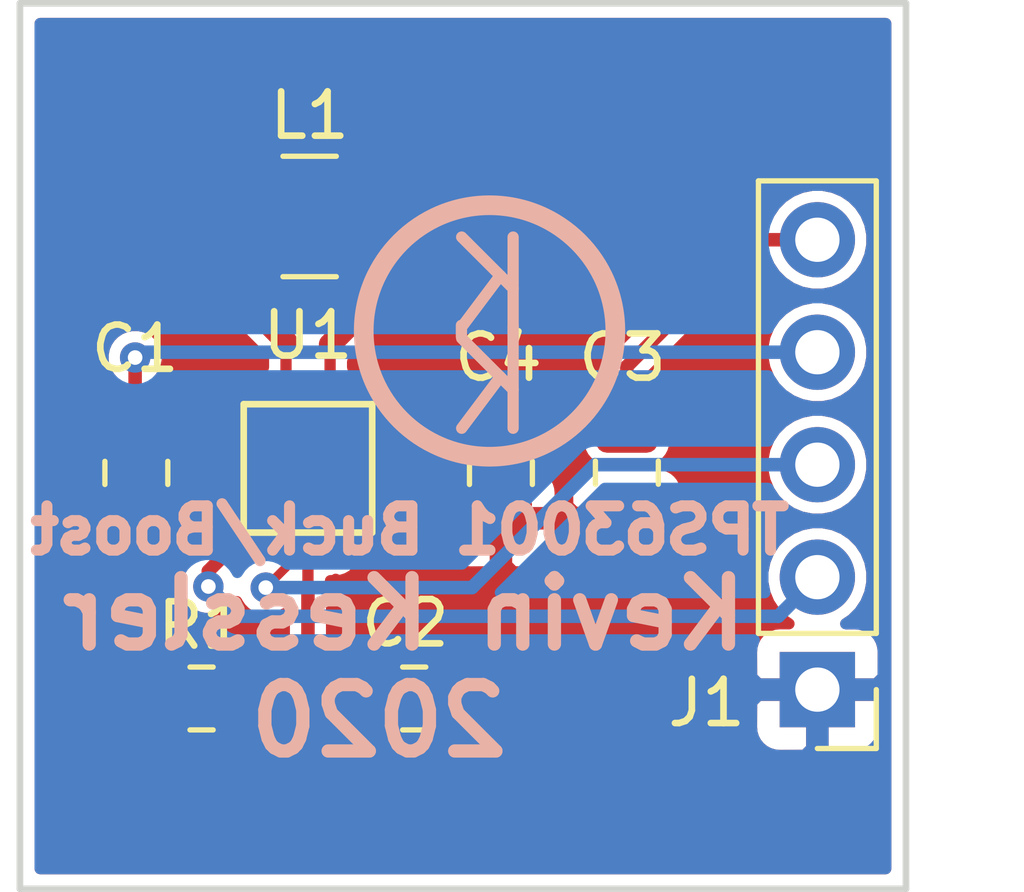
<source format=kicad_pcb>
(kicad_pcb (version 20171130) (host pcbnew 5.1.5+dfsg1-2build2)

  (general
    (thickness 1.6)
    (drawings 6)
    (tracks 61)
    (zones 0)
    (modules 9)
    (nets 9)
  )

  (page A4)
  (layers
    (0 F.Cu signal)
    (31 B.Cu signal)
    (32 B.Adhes user)
    (33 F.Adhes user)
    (34 B.Paste user)
    (35 F.Paste user)
    (36 B.SilkS user)
    (37 F.SilkS user)
    (38 B.Mask user)
    (39 F.Mask user)
    (40 Dwgs.User user)
    (41 Cmts.User user)
    (42 Eco1.User user)
    (43 Eco2.User user)
    (44 Edge.Cuts user)
    (45 Margin user)
    (46 B.CrtYd user)
    (47 F.CrtYd user)
    (48 B.Fab user)
    (49 F.Fab user)
  )

  (setup
    (last_trace_width 0.3048)
    (user_trace_width 0.1524)
    (user_trace_width 0.254)
    (user_trace_width 0.3048)
    (user_trace_width 0.3556)
    (trace_clearance 0.1524)
    (zone_clearance 0.254)
    (zone_45_only no)
    (trace_min 0.1524)
    (via_size 0.6858)
    (via_drill 0.3302)
    (via_min_size 0.6858)
    (via_min_drill 0.3302)
    (uvia_size 0.6858)
    (uvia_drill 0.3302)
    (uvias_allowed no)
    (uvia_min_size 0)
    (uvia_min_drill 0)
    (edge_width 0.15)
    (segment_width 0.2)
    (pcb_text_width 0.3)
    (pcb_text_size 1.5 1.5)
    (mod_edge_width 0.15)
    (mod_text_size 1 1)
    (mod_text_width 0.15)
    (pad_size 0.6858 0.6858)
    (pad_drill 0.3302)
    (pad_to_mask_clearance 0.05)
    (solder_mask_min_width 0.05)
    (pad_to_paste_clearance -0.05)
    (aux_axis_origin 0 0)
    (visible_elements FFFFFF7F)
    (pcbplotparams
      (layerselection 0x010f0_ffffffff)
      (usegerberextensions false)
      (usegerberattributes false)
      (usegerberadvancedattributes false)
      (creategerberjobfile false)
      (excludeedgelayer true)
      (linewidth 0.100000)
      (plotframeref false)
      (viasonmask false)
      (mode 1)
      (useauxorigin false)
      (hpglpennumber 1)
      (hpglpenspeed 20)
      (hpglpendiameter 15.000000)
      (psnegative false)
      (psa4output false)
      (plotreference true)
      (plotvalue false)
      (plotinvisibletext false)
      (padsonsilk true)
      (subtractmaskfromsilk false)
      (outputformat 1)
      (mirror false)
      (drillshape 0)
      (scaleselection 1)
      (outputdirectory "CAD"))
  )

  (net 0 "")
  (net 1 /VIN)
  (net 2 GND)
  (net 3 "Net-(C2-Pad1)")
  (net 4 /VOUT)
  (net 5 /EN)
  (net 6 /PS/SYNC)
  (net 7 "Net-(L1-Pad1)")
  (net 8 "Net-(L1-Pad2)")

  (net_class Default "This is the default net class."
    (clearance 0.1524)
    (trace_width 0.3048)
    (via_dia 0.6858)
    (via_drill 0.3302)
    (uvia_dia 0.6858)
    (uvia_drill 0.3302)
    (add_net /EN)
    (add_net /VIN)
    (add_net /VOUT)
    (add_net GND)
    (add_net "Net-(C2-Pad1)")
  )

  (net_class Minimum ""
    (clearance 0.1524)
    (trace_width 0.1524)
    (via_dia 0.6858)
    (via_drill 0.3302)
    (uvia_dia 0.6858)
    (uvia_drill 0.3302)
    (add_net /PS/SYNC)
    (add_net "Net-(L1-Pad1)")
    (add_net "Net-(L1-Pad2)")
  )

  (module KevinLib:LogoBack (layer F.Cu) (tedit 5955D856) (tstamp 5F4ED023)
    (at 152.6 101.9)
    (attr virtual)
    (fp_text reference REF** (at 0 5.207) (layer F.SilkS) hide
      (effects (font (size 1 1) (thickness 0.15)))
    )
    (fp_text value LogoBack (at 0 -4.318) (layer F.Fab) hide
      (effects (font (size 1 1) (thickness 0.15)))
    )
    (fp_text user K (at 0 1.27) (layer B.SilkS)
      (effects (font (size 2.032 2.032) (thickness 0.254)) (justify mirror))
    )
    (fp_text user K (at 0 -1.016) (layer B.SilkS)
      (effects (font (size 2.032 2.032) (thickness 0.254)) (justify mirror))
    )
    (fp_circle (center 0 0) (end 2.54 -1.27) (layer B.SilkS) (width 0.4445))
    (fp_line (start 0.531 -0.127) (end 0.531 0.127) (layer B.SilkS) (width 0.254))
    (fp_line (start -0.635 -0.127) (end -0.635 0.127) (layer B.SilkS) (width 0.254))
  )

  (module KevinLibrary:TPS63000 (layer F.Cu) (tedit 5AF91879) (tstamp 5AF90ADB)
    (at 148.5011 105.0036 270)
    (path /5AF8FD8A)
    (clearance 0.1)
    (attr smd)
    (fp_text reference U1 (at -3.0036 0.0011) (layer F.SilkS)
      (effects (font (size 1 1) (thickness 0.15)))
    )
    (fp_text value TPS630001 (at 0 -3.1 270) (layer F.Fab)
      (effects (font (size 1 1) (thickness 0.15)))
    )
    (fp_line (start -1.45 -1.45) (end -1.45 1.45) (layer F.SilkS) (width 0.15))
    (fp_line (start 1.45 -1.45) (end -1.45 -1.45) (layer F.SilkS) (width 0.15))
    (fp_line (start 1.45 1.45) (end 1.45 -1.45) (layer F.SilkS) (width 0.15))
    (fp_line (start -1.45 1.45) (end 1.45 1.45) (layer F.SilkS) (width 0.15))
    (pad 1 smd rect (at -1.5 -1 270) (size 0.8 0.25) (layers F.Cu F.Paste F.Mask)
      (net 4 /VOUT))
    (pad 2 smd rect (at -1.5 -0.5 270) (size 0.8 0.25) (layers F.Cu F.Paste F.Mask)
      (net 8 "Net-(L1-Pad2)") (clearance 0.05))
    (pad 3 smd rect (at -1.5 0 270) (size 0.8 0.25) (layers F.Cu F.Paste F.Mask)
      (net 2 GND) (solder_mask_margin 0.05) (clearance 0.05))
    (pad 4 smd rect (at -1.5 0.5 270) (size 0.8 0.25) (layers F.Cu F.Paste F.Mask)
      (net 7 "Net-(L1-Pad1)") (solder_mask_margin 0.05) (solder_paste_margin -0.05) (solder_paste_margin_ratio -0.000000001) (clearance 0.05))
    (pad 5 smd rect (at -1.5 1 270) (size 0.8 0.25) (layers F.Cu F.Paste F.Mask)
      (net 1 /VIN) (solder_mask_margin 0.05) (solder_paste_margin -0.05) (solder_paste_margin_ratio -0.000000001) (clearance 0.05))
    (pad 6 smd rect (at 1.5 1 270) (size 0.8 0.25) (layers F.Cu F.Paste F.Mask)
      (net 5 /EN))
    (pad 7 smd rect (at 1.5 0.5 270) (size 0.8 0.25) (layers F.Cu F.Paste F.Mask)
      (net 6 /PS/SYNC))
    (pad 8 smd rect (at 1.5 0 270) (size 0.8 0.25) (layers F.Cu F.Paste F.Mask)
      (net 3 "Net-(C2-Pad1)"))
    (pad 9 smd rect (at 1.5 -0.5 270) (size 0.8 0.25) (layers F.Cu F.Paste F.Mask)
      (net 2 GND))
    (pad 10 smd rect (at 1.5 -1 270) (size 0.8 0.25) (layers F.Cu F.Paste F.Mask)
      (net 4 /VOUT))
    (pad 11 smd rect (at 0 0 270) (size 1.45 2.2) (layers F.Cu F.Paste F.Mask)
      (net 2 GND))
  )

  (module Capacitor_SMD:C_0805_2012Metric_Pad1.15x1.40mm_HandSolder (layer F.Cu) (tedit 5B36C52B) (tstamp 5F4EC8BC)
    (at 144.6276 105.1052 270)
    (descr "Capacitor SMD 0805 (2012 Metric), square (rectangular) end terminal, IPC_7351 nominal with elongated pad for handsoldering. (Body size source: https://docs.google.com/spreadsheets/d/1BsfQQcO9C6DZCsRaXUlFlo91Tg2WpOkGARC1WS5S8t0/edit?usp=sharing), generated with kicad-footprint-generator")
    (tags "capacitor handsolder")
    (path /5AF90739)
    (attr smd)
    (fp_text reference C1 (at -2.8052 0.0276 180) (layer F.SilkS)
      (effects (font (size 1 1) (thickness 0.15)))
    )
    (fp_text value 10u (at 0 1.65 90) (layer F.Fab)
      (effects (font (size 1 1) (thickness 0.15)))
    )
    (fp_text user %R (at 0 0 90) (layer F.Fab)
      (effects (font (size 0.5 0.5) (thickness 0.08)))
    )
    (fp_line (start 1.85 0.95) (end -1.85 0.95) (layer F.CrtYd) (width 0.05))
    (fp_line (start 1.85 -0.95) (end 1.85 0.95) (layer F.CrtYd) (width 0.05))
    (fp_line (start -1.85 -0.95) (end 1.85 -0.95) (layer F.CrtYd) (width 0.05))
    (fp_line (start -1.85 0.95) (end -1.85 -0.95) (layer F.CrtYd) (width 0.05))
    (fp_line (start -0.261252 0.71) (end 0.261252 0.71) (layer F.SilkS) (width 0.12))
    (fp_line (start -0.261252 -0.71) (end 0.261252 -0.71) (layer F.SilkS) (width 0.12))
    (fp_line (start 1 0.6) (end -1 0.6) (layer F.Fab) (width 0.1))
    (fp_line (start 1 -0.6) (end 1 0.6) (layer F.Fab) (width 0.1))
    (fp_line (start -1 -0.6) (end 1 -0.6) (layer F.Fab) (width 0.1))
    (fp_line (start -1 0.6) (end -1 -0.6) (layer F.Fab) (width 0.1))
    (pad 2 smd roundrect (at 1.025 0 270) (size 1.15 1.4) (layers F.Cu F.Paste F.Mask) (roundrect_rratio 0.217391)
      (net 2 GND))
    (pad 1 smd roundrect (at -1.025 0 270) (size 1.15 1.4) (layers F.Cu F.Paste F.Mask) (roundrect_rratio 0.217391)
      (net 1 /VIN))
    (model ${KISYS3DMOD}/Capacitor_SMD.3dshapes/C_0805_2012Metric.wrl
      (at (xyz 0 0 0))
      (scale (xyz 1 1 1))
      (rotate (xyz 0 0 0))
    )
  )

  (module Capacitor_SMD:C_0805_2012Metric_Pad1.15x1.40mm_HandSolder (layer F.Cu) (tedit 5B36C52B) (tstamp 5F4EC8CC)
    (at 150.9 110.2)
    (descr "Capacitor SMD 0805 (2012 Metric), square (rectangular) end terminal, IPC_7351 nominal with elongated pad for handsoldering. (Body size source: https://docs.google.com/spreadsheets/d/1BsfQQcO9C6DZCsRaXUlFlo91Tg2WpOkGARC1WS5S8t0/edit?usp=sharing), generated with kicad-footprint-generator")
    (tags "capacitor handsolder")
    (path /5AF904C6)
    (attr smd)
    (fp_text reference C2 (at -0.2 -1.7) (layer F.SilkS)
      (effects (font (size 1 1) (thickness 0.15)))
    )
    (fp_text value 0.1u (at 0 1.65) (layer F.Fab)
      (effects (font (size 1 1) (thickness 0.15)))
    )
    (fp_line (start -1 0.6) (end -1 -0.6) (layer F.Fab) (width 0.1))
    (fp_line (start -1 -0.6) (end 1 -0.6) (layer F.Fab) (width 0.1))
    (fp_line (start 1 -0.6) (end 1 0.6) (layer F.Fab) (width 0.1))
    (fp_line (start 1 0.6) (end -1 0.6) (layer F.Fab) (width 0.1))
    (fp_line (start -0.261252 -0.71) (end 0.261252 -0.71) (layer F.SilkS) (width 0.12))
    (fp_line (start -0.261252 0.71) (end 0.261252 0.71) (layer F.SilkS) (width 0.12))
    (fp_line (start -1.85 0.95) (end -1.85 -0.95) (layer F.CrtYd) (width 0.05))
    (fp_line (start -1.85 -0.95) (end 1.85 -0.95) (layer F.CrtYd) (width 0.05))
    (fp_line (start 1.85 -0.95) (end 1.85 0.95) (layer F.CrtYd) (width 0.05))
    (fp_line (start 1.85 0.95) (end -1.85 0.95) (layer F.CrtYd) (width 0.05))
    (fp_text user %R (at 0 0) (layer F.Fab)
      (effects (font (size 0.5 0.5) (thickness 0.08)))
    )
    (pad 1 smd roundrect (at -1.025 0) (size 1.15 1.4) (layers F.Cu F.Paste F.Mask) (roundrect_rratio 0.217391)
      (net 3 "Net-(C2-Pad1)"))
    (pad 2 smd roundrect (at 1.025 0) (size 1.15 1.4) (layers F.Cu F.Paste F.Mask) (roundrect_rratio 0.217391)
      (net 2 GND))
    (model ${KISYS3DMOD}/Capacitor_SMD.3dshapes/C_0805_2012Metric.wrl
      (at (xyz 0 0 0))
      (scale (xyz 1 1 1))
      (rotate (xyz 0 0 0))
    )
  )

  (module Capacitor_SMD:C_0805_2012Metric_Pad1.15x1.40mm_HandSolder (layer F.Cu) (tedit 5B36C52B) (tstamp 5F4EC8EC)
    (at 155.7 105.1 270)
    (descr "Capacitor SMD 0805 (2012 Metric), square (rectangular) end terminal, IPC_7351 nominal with elongated pad for handsoldering. (Body size source: https://docs.google.com/spreadsheets/d/1BsfQQcO9C6DZCsRaXUlFlo91Tg2WpOkGARC1WS5S8t0/edit?usp=sharing), generated with kicad-footprint-generator")
    (tags "capacitor handsolder")
    (path /5F4FE407)
    (attr smd)
    (fp_text reference C3 (at -2.6 0.1 180) (layer F.SilkS)
      (effects (font (size 1 1) (thickness 0.15)))
    )
    (fp_text value 10u (at 0 1.65 90) (layer F.Fab)
      (effects (font (size 1 1) (thickness 0.15)))
    )
    (fp_text user %R (at 0 0 90) (layer F.Fab)
      (effects (font (size 0.5 0.5) (thickness 0.08)))
    )
    (fp_line (start 1.85 0.95) (end -1.85 0.95) (layer F.CrtYd) (width 0.05))
    (fp_line (start 1.85 -0.95) (end 1.85 0.95) (layer F.CrtYd) (width 0.05))
    (fp_line (start -1.85 -0.95) (end 1.85 -0.95) (layer F.CrtYd) (width 0.05))
    (fp_line (start -1.85 0.95) (end -1.85 -0.95) (layer F.CrtYd) (width 0.05))
    (fp_line (start -0.261252 0.71) (end 0.261252 0.71) (layer F.SilkS) (width 0.12))
    (fp_line (start -0.261252 -0.71) (end 0.261252 -0.71) (layer F.SilkS) (width 0.12))
    (fp_line (start 1 0.6) (end -1 0.6) (layer F.Fab) (width 0.1))
    (fp_line (start 1 -0.6) (end 1 0.6) (layer F.Fab) (width 0.1))
    (fp_line (start -1 -0.6) (end 1 -0.6) (layer F.Fab) (width 0.1))
    (fp_line (start -1 0.6) (end -1 -0.6) (layer F.Fab) (width 0.1))
    (pad 2 smd roundrect (at 1.025 0 270) (size 1.15 1.4) (layers F.Cu F.Paste F.Mask) (roundrect_rratio 0.217391)
      (net 2 GND))
    (pad 1 smd roundrect (at -1.025 0 270) (size 1.15 1.4) (layers F.Cu F.Paste F.Mask) (roundrect_rratio 0.217391)
      (net 4 /VOUT))
    (model ${KISYS3DMOD}/Capacitor_SMD.3dshapes/C_0805_2012Metric.wrl
      (at (xyz 0 0 0))
      (scale (xyz 1 1 1))
      (rotate (xyz 0 0 0))
    )
  )

  (module Capacitor_SMD:C_0805_2012Metric_Pad1.15x1.40mm_HandSolder (layer F.Cu) (tedit 5B36C52B) (tstamp 5F4EC8ED)
    (at 152.8572 105.1052 270)
    (descr "Capacitor SMD 0805 (2012 Metric), square (rectangular) end terminal, IPC_7351 nominal with elongated pad for handsoldering. (Body size source: https://docs.google.com/spreadsheets/d/1BsfQQcO9C6DZCsRaXUlFlo91Tg2WpOkGARC1WS5S8t0/edit?usp=sharing), generated with kicad-footprint-generator")
    (tags "capacitor handsolder")
    (path /5AF908CC)
    (attr smd)
    (fp_text reference C4 (at -2.6052 0.0572 180) (layer F.SilkS)
      (effects (font (size 1 1) (thickness 0.15)))
    )
    (fp_text value 10u (at 0 1.65 90) (layer F.Fab)
      (effects (font (size 1 1) (thickness 0.15)))
    )
    (fp_line (start -1 0.6) (end -1 -0.6) (layer F.Fab) (width 0.1))
    (fp_line (start -1 -0.6) (end 1 -0.6) (layer F.Fab) (width 0.1))
    (fp_line (start 1 -0.6) (end 1 0.6) (layer F.Fab) (width 0.1))
    (fp_line (start 1 0.6) (end -1 0.6) (layer F.Fab) (width 0.1))
    (fp_line (start -0.261252 -0.71) (end 0.261252 -0.71) (layer F.SilkS) (width 0.12))
    (fp_line (start -0.261252 0.71) (end 0.261252 0.71) (layer F.SilkS) (width 0.12))
    (fp_line (start -1.85 0.95) (end -1.85 -0.95) (layer F.CrtYd) (width 0.05))
    (fp_line (start -1.85 -0.95) (end 1.85 -0.95) (layer F.CrtYd) (width 0.05))
    (fp_line (start 1.85 -0.95) (end 1.85 0.95) (layer F.CrtYd) (width 0.05))
    (fp_line (start 1.85 0.95) (end -1.85 0.95) (layer F.CrtYd) (width 0.05))
    (fp_text user %R (at 0 0 90) (layer F.Fab)
      (effects (font (size 0.5 0.5) (thickness 0.08)))
    )
    (pad 1 smd roundrect (at -1.025 0 270) (size 1.15 1.4) (layers F.Cu F.Paste F.Mask) (roundrect_rratio 0.217391)
      (net 4 /VOUT))
    (pad 2 smd roundrect (at 1.025 0 270) (size 1.15 1.4) (layers F.Cu F.Paste F.Mask) (roundrect_rratio 0.217391)
      (net 2 GND))
    (model ${KISYS3DMOD}/Capacitor_SMD.3dshapes/C_0805_2012Metric.wrl
      (at (xyz 0 0 0))
      (scale (xyz 1 1 1))
      (rotate (xyz 0 0 0))
    )
  )

  (module Connector_PinHeader_2.54mm:PinHeader_1x05_P2.54mm_Vertical (layer F.Cu) (tedit 59FED5CC) (tstamp 5F4EC8FD)
    (at 160 110 180)
    (descr "Through hole straight pin header, 1x05, 2.54mm pitch, single row")
    (tags "Through hole pin header THT 1x05 2.54mm single row")
    (path /5AF90BF4)
    (fp_text reference J1 (at 2.5 -0.3) (layer F.SilkS)
      (effects (font (size 1 1) (thickness 0.15)))
    )
    (fp_text value Conn_01x05 (at 0 12.49) (layer F.Fab)
      (effects (font (size 1 1) (thickness 0.15)))
    )
    (fp_line (start -0.635 -1.27) (end 1.27 -1.27) (layer F.Fab) (width 0.1))
    (fp_line (start 1.27 -1.27) (end 1.27 11.43) (layer F.Fab) (width 0.1))
    (fp_line (start 1.27 11.43) (end -1.27 11.43) (layer F.Fab) (width 0.1))
    (fp_line (start -1.27 11.43) (end -1.27 -0.635) (layer F.Fab) (width 0.1))
    (fp_line (start -1.27 -0.635) (end -0.635 -1.27) (layer F.Fab) (width 0.1))
    (fp_line (start -1.33 11.49) (end 1.33 11.49) (layer F.SilkS) (width 0.12))
    (fp_line (start -1.33 1.27) (end -1.33 11.49) (layer F.SilkS) (width 0.12))
    (fp_line (start 1.33 1.27) (end 1.33 11.49) (layer F.SilkS) (width 0.12))
    (fp_line (start -1.33 1.27) (end 1.33 1.27) (layer F.SilkS) (width 0.12))
    (fp_line (start -1.33 0) (end -1.33 -1.33) (layer F.SilkS) (width 0.12))
    (fp_line (start -1.33 -1.33) (end 0 -1.33) (layer F.SilkS) (width 0.12))
    (fp_line (start -1.8 -1.8) (end -1.8 11.95) (layer F.CrtYd) (width 0.05))
    (fp_line (start -1.8 11.95) (end 1.8 11.95) (layer F.CrtYd) (width 0.05))
    (fp_line (start 1.8 11.95) (end 1.8 -1.8) (layer F.CrtYd) (width 0.05))
    (fp_line (start 1.8 -1.8) (end -1.8 -1.8) (layer F.CrtYd) (width 0.05))
    (fp_text user %R (at 0 5.08 90) (layer F.Fab)
      (effects (font (size 1 1) (thickness 0.15)))
    )
    (pad 1 thru_hole rect (at 0 0 180) (size 1.7 1.7) (drill 1) (layers *.Cu *.Mask)
      (net 2 GND))
    (pad 2 thru_hole oval (at 0 2.54 180) (size 1.7 1.7) (drill 1) (layers *.Cu *.Mask)
      (net 5 /EN))
    (pad 3 thru_hole oval (at 0 5.08 180) (size 1.7 1.7) (drill 1) (layers *.Cu *.Mask)
      (net 6 /PS/SYNC))
    (pad 4 thru_hole oval (at 0 7.62 180) (size 1.7 1.7) (drill 1) (layers *.Cu *.Mask)
      (net 1 /VIN))
    (pad 5 thru_hole oval (at 0 10.16 180) (size 1.7 1.7) (drill 1) (layers *.Cu *.Mask)
      (net 4 /VOUT))
    (model ${KISYS3DMOD}/Connector_PinHeader_2.54mm.3dshapes/PinHeader_1x05_P2.54mm_Vertical.wrl
      (at (xyz 0 0 0))
      (scale (xyz 1 1 1))
      (rotate (xyz 0 0 0))
    )
  )

  (module Inductor_SMD:L_1210_3225Metric_Pad1.42x2.65mm_HandSolder (layer F.Cu) (tedit 5B301BBE) (tstamp 5F4EC915)
    (at 148.5392 99.314)
    (descr "Capacitor SMD 1210 (3225 Metric), square (rectangular) end terminal, IPC_7351 nominal with elongated pad for handsoldering. (Body size source: http://www.tortai-tech.com/upload/download/2011102023233369053.pdf), generated with kicad-footprint-generator")
    (tags "inductor handsolder")
    (path /5AF900E5)
    (attr smd)
    (fp_text reference L1 (at 0 -2.28) (layer F.SilkS)
      (effects (font (size 1 1) (thickness 0.15)))
    )
    (fp_text value 2.2uH (at 0 2.28) (layer F.Fab)
      (effects (font (size 1 1) (thickness 0.15)))
    )
    (fp_line (start -1.6 1.25) (end -1.6 -1.25) (layer F.Fab) (width 0.1))
    (fp_line (start -1.6 -1.25) (end 1.6 -1.25) (layer F.Fab) (width 0.1))
    (fp_line (start 1.6 -1.25) (end 1.6 1.25) (layer F.Fab) (width 0.1))
    (fp_line (start 1.6 1.25) (end -1.6 1.25) (layer F.Fab) (width 0.1))
    (fp_line (start -0.602064 -1.36) (end 0.602064 -1.36) (layer F.SilkS) (width 0.12))
    (fp_line (start -0.602064 1.36) (end 0.602064 1.36) (layer F.SilkS) (width 0.12))
    (fp_line (start -2.45 1.58) (end -2.45 -1.58) (layer F.CrtYd) (width 0.05))
    (fp_line (start -2.45 -1.58) (end 2.45 -1.58) (layer F.CrtYd) (width 0.05))
    (fp_line (start 2.45 -1.58) (end 2.45 1.58) (layer F.CrtYd) (width 0.05))
    (fp_line (start 2.45 1.58) (end -2.45 1.58) (layer F.CrtYd) (width 0.05))
    (fp_text user %R (at 0 0) (layer F.Fab)
      (effects (font (size 0.8 0.8) (thickness 0.12)))
    )
    (pad 1 smd roundrect (at -1.4875 0) (size 1.425 2.65) (layers F.Cu F.Paste F.Mask) (roundrect_rratio 0.175439)
      (net 7 "Net-(L1-Pad1)"))
    (pad 2 smd roundrect (at 1.4875 0) (size 1.425 2.65) (layers F.Cu F.Paste F.Mask) (roundrect_rratio 0.175439)
      (net 8 "Net-(L1-Pad2)"))
    (model ${KISYS3DMOD}/Inductor_SMD.3dshapes/L_1210_3225Metric.wrl
      (at (xyz 0 0 0))
      (scale (xyz 1 1 1))
      (rotate (xyz 0 0 0))
    )
  )

  (module Resistor_SMD:R_0805_2012Metric_Pad1.15x1.40mm_HandSolder (layer F.Cu) (tedit 5B36C52B) (tstamp 5F4EC925)
    (at 146.1 110.2)
    (descr "Resistor SMD 0805 (2012 Metric), square (rectangular) end terminal, IPC_7351 nominal with elongated pad for handsoldering. (Body size source: https://docs.google.com/spreadsheets/d/1BsfQQcO9C6DZCsRaXUlFlo91Tg2WpOkGARC1WS5S8t0/edit?usp=sharing), generated with kicad-footprint-generator")
    (tags "resistor handsolder")
    (path /5AF90453)
    (attr smd)
    (fp_text reference R1 (at 0 -1.65) (layer F.SilkS)
      (effects (font (size 1 1) (thickness 0.15)))
    )
    (fp_text value 100 (at 0 1.65) (layer F.Fab)
      (effects (font (size 1 1) (thickness 0.15)))
    )
    (fp_line (start -1 0.6) (end -1 -0.6) (layer F.Fab) (width 0.1))
    (fp_line (start -1 -0.6) (end 1 -0.6) (layer F.Fab) (width 0.1))
    (fp_line (start 1 -0.6) (end 1 0.6) (layer F.Fab) (width 0.1))
    (fp_line (start 1 0.6) (end -1 0.6) (layer F.Fab) (width 0.1))
    (fp_line (start -0.261252 -0.71) (end 0.261252 -0.71) (layer F.SilkS) (width 0.12))
    (fp_line (start -0.261252 0.71) (end 0.261252 0.71) (layer F.SilkS) (width 0.12))
    (fp_line (start -1.85 0.95) (end -1.85 -0.95) (layer F.CrtYd) (width 0.05))
    (fp_line (start -1.85 -0.95) (end 1.85 -0.95) (layer F.CrtYd) (width 0.05))
    (fp_line (start 1.85 -0.95) (end 1.85 0.95) (layer F.CrtYd) (width 0.05))
    (fp_line (start 1.85 0.95) (end -1.85 0.95) (layer F.CrtYd) (width 0.05))
    (fp_text user %R (at 0 0) (layer F.Fab)
      (effects (font (size 0.5 0.5) (thickness 0.08)))
    )
    (pad 1 smd roundrect (at -1.025 0) (size 1.15 1.4) (layers F.Cu F.Paste F.Mask) (roundrect_rratio 0.217391)
      (net 1 /VIN))
    (pad 2 smd roundrect (at 1.025 0) (size 1.15 1.4) (layers F.Cu F.Paste F.Mask) (roundrect_rratio 0.217391)
      (net 3 "Net-(C2-Pad1)"))
    (model ${KISYS3DMOD}/Resistor_SMD.3dshapes/R_0805_2012Metric.wrl
      (at (xyz 0 0 0))
      (scale (xyz 1 1 1))
      (rotate (xyz 0 0 0))
    )
  )

  (gr_text "TPS63001 Buck/Boost" (at 150.8 106.4) (layer B.SilkS)
    (effects (font (size 1 1) (thickness 0.25)) (justify mirror))
  )
  (gr_text "Kevin Kessler \n2020" (at 150.1 109.5) (layer B.SilkS)
    (effects (font (size 1.5 1.5) (thickness 0.3)) (justify mirror))
  )
  (gr_line (start 142 94.5) (end 142 114.5) (layer Edge.Cuts) (width 0.15))
  (gr_line (start 162 94.5) (end 142 94.5) (layer Edge.Cuts) (width 0.15))
  (gr_line (start 162 114.5) (end 162 94.5) (layer Edge.Cuts) (width 0.15))
  (gr_line (start 142 114.5) (end 162 114.5) (layer Edge.Cuts) (width 0.15))

  (segment (start 144.6276 103.8552) (end 144.3174 103.8552) (width 0.3048) (layer F.Cu) (net 1))
  (via (at 144.6 102.5) (size 0.6858) (drill 0.3302) (layers F.Cu B.Cu) (net 1))
  (segment (start 144.6276 103.8552) (end 145.405 103.8552) (width 0.3048) (layer F.Cu) (net 1))
  (segment (start 145.405 103.8552) (end 145.7566 103.5036) (width 0.3048) (layer F.Cu) (net 1))
  (segment (start 145.7566 103.5036) (end 147.495099 103.5036) (width 0.3048) (layer F.Cu) (net 1))
  (segment (start 148.5011 105.3211) (end 149.0011 105.8211) (width 0.254) (layer F.Cu) (net 2))
  (segment (start 149.0011 105.8211) (end 149.0011 106.5036) (width 0.254) (layer F.Cu) (net 2))
  (segment (start 148.5011 105.0036) (end 148.5011 105.3211) (width 0.1524) (layer F.Cu) (net 2))
  (segment (start 148.5011 103.5036) (end 148.5011 105.0036) (width 0.254) (layer F.Cu) (net 2))
  (segment (start 145.468 110.1344) (end 145.368 110.1344) (width 0.3048) (layer F.Cu) (net 1))
  (segment (start 148.5011 107.056) (end 148.5011 107.8103) (width 0.254) (layer F.Cu) (net 3))
  (segment (start 148.5011 106.5036) (end 148.5011 107.056) (width 0.2) (layer F.Cu) (net 3))
  (segment (start 145.1086 110.2) (end 145.043 110.1344) (width 0.3048) (layer F.Cu) (net 1))
  (segment (start 144.72 102.38) (end 144.6 102.5) (width 0.3048) (layer B.Cu) (net 1))
  (segment (start 160 102.38) (end 144.72 102.38) (width 0.3048) (layer B.Cu) (net 1))
  (segment (start 144.6 104.0526) (end 144.6276 104.0802) (width 0.3048) (layer F.Cu) (net 1))
  (segment (start 144.6 102.5) (end 144.6 104.0526) (width 0.3048) (layer F.Cu) (net 1))
  (segment (start 144.5 110.2) (end 143.2 108.9) (width 0.3048) (layer F.Cu) (net 1))
  (segment (start 145.075 110.2) (end 144.5 110.2) (width 0.3048) (layer F.Cu) (net 1))
  (segment (start 143.2 108.9) (end 143.2 104.5) (width 0.3048) (layer F.Cu) (net 1))
  (segment (start 143.6198 104.0802) (end 144.6276 104.0802) (width 0.3048) (layer F.Cu) (net 1))
  (segment (start 143.2 104.5) (end 143.6198 104.0802) (width 0.3048) (layer F.Cu) (net 1))
  (segment (start 148.5011 107.8103) (end 148.5011 109.6011) (width 0.3048) (layer F.Cu) (net 3))
  (segment (start 148.5011 109.6011) (end 149 110.1) (width 0.3048) (layer F.Cu) (net 3))
  (segment (start 149 110.1) (end 149.875 110.2) (width 0.3048) (layer F.Cu) (net 3))
  (segment (start 147.125 110.2) (end 149 110.1) (width 0.3048) (layer F.Cu) (net 3))
  (segment (start 149.9309 106.5036) (end 150.5 105.9345) (width 0.3048) (layer F.Cu) (net 4))
  (segment (start 149.5011 106.5036) (end 149.9309 106.5036) (width 0.3048) (layer F.Cu) (net 4))
  (segment (start 150.5 105.9345) (end 150.5 103.7) (width 0.3048) (layer F.Cu) (net 4))
  (segment (start 150.3036 103.5036) (end 149.5011 103.5036) (width 0.3048) (layer F.Cu) (net 4))
  (segment (start 150.5 103.7) (end 150.3036 103.5036) (width 0.3048) (layer F.Cu) (net 4))
  (segment (start 150.3036 103.5036) (end 151.3036 103.5036) (width 0.3048) (layer F.Cu) (net 4))
  (segment (start 151.8802 104.0802) (end 152.8572 104.0802) (width 0.3048) (layer F.Cu) (net 4))
  (segment (start 151.3036 103.5036) (end 151.8802 104.0802) (width 0.3048) (layer F.Cu) (net 4))
  (segment (start 155.6948 104.0802) (end 155.7 104.075) (width 0.3048) (layer F.Cu) (net 4))
  (segment (start 152.8572 104.0802) (end 155.6948 104.0802) (width 0.3048) (layer F.Cu) (net 4))
  (segment (start 160 99.84) (end 158.56 99.84) (width 0.3048) (layer F.Cu) (net 4))
  (segment (start 155.7 102.7) (end 155.7 104.075) (width 0.3048) (layer F.Cu) (net 4))
  (segment (start 158.56 99.84) (end 155.7 102.7) (width 0.3048) (layer F.Cu) (net 4))
  (segment (start 146.2532 107.3217) (end 146.2532 107.6706) (width 0.3048) (layer F.Cu) (net 5))
  (via (at 146.2532 107.6706) (size 0.6858) (drill 0.3302) (layers F.Cu B.Cu) (net 5))
  (segment (start 147.5011 106.5036) (end 147.0713 106.5036) (width 0.3048) (layer F.Cu) (net 5))
  (segment (start 147.0713 106.5036) (end 146.2532 107.3217) (width 0.3048) (layer F.Cu) (net 5))
  (segment (start 146.596099 108.013499) (end 146.2532 107.6706) (width 0.3048) (layer B.Cu) (net 5))
  (segment (start 146.926301 108.343701) (end 146.596099 108.013499) (width 0.3048) (layer B.Cu) (net 5))
  (segment (start 159.116299 108.343701) (end 146.926301 108.343701) (width 0.3048) (layer B.Cu) (net 5))
  (segment (start 160 107.46) (end 159.116299 108.343701) (width 0.3048) (layer B.Cu) (net 5))
  (segment (start 148.0011 106.5036) (end 148.0011 107.2435) (width 0.2) (layer F.Cu) (net 6))
  (segment (start 148.0011 107.2435) (end 147.5486 107.696) (width 0.2) (layer F.Cu) (net 6))
  (via (at 147.5486 107.696) (size 0.6858) (drill 0.3302) (layers F.Cu B.Cu) (net 6))
  (segment (start 160 104.92) (end 154.98 104.92) (width 0.3048) (layer B.Cu) (net 6))
  (segment (start 152.204 107.696) (end 147.5486 107.696) (width 0.3048) (layer B.Cu) (net 6))
  (segment (start 154.98 104.92) (end 152.204 107.696) (width 0.3048) (layer B.Cu) (net 6))
  (segment (start 148.0011 103.5036) (end 148.0011 102.9512) (width 0.254) (layer F.Cu) (net 7))
  (segment (start 148.0011 102.9512) (end 148.0058 102.9465) (width 0.1524) (layer F.Cu) (net 7))
  (segment (start 148.0058 102.9465) (end 148.0058 102.1362) (width 0.254) (layer F.Cu) (net 7))
  (segment (start 146.7892 99.314) (end 146.7892 100.9196) (width 0.508) (layer F.Cu) (net 7))
  (segment (start 146.7892 100.9196) (end 148.0058 102.1362) (width 0.508) (layer F.Cu) (net 7))
  (segment (start 149.0011 103.5036) (end 149.0011 102.2049) (width 0.254) (layer F.Cu) (net 8))
  (segment (start 150.2892 100.9168) (end 150.2892 99.314) (width 0.508) (layer F.Cu) (net 8) (tstamp 5AF9188C))
  (segment (start 149.0011 102.2049) (end 150.2892 100.9168) (width 0.508) (layer F.Cu) (net 8) (tstamp 5AF9188B))

  (zone (net 2) (net_name GND) (layer F.Cu) (tstamp 5F4ED1C4) (hatch edge 0.508)
    (connect_pads (clearance 0.254))
    (min_thickness 0.254)
    (fill yes (arc_segments 32) (thermal_gap 0.508) (thermal_bridge_width 0.508))
    (polygon
      (pts
        (xy 162 114.5) (xy 142 114.5) (xy 142 94.5) (xy 162 94.5)
      )
    )
    (filled_polygon
      (pts
        (xy 161.544 114.044) (xy 142.456 114.044) (xy 142.456 104.5) (xy 142.664021 104.5) (xy 142.666601 104.526197)
        (xy 142.6666 108.873813) (xy 142.664021 108.9) (xy 142.6666 108.926187) (xy 142.6666 108.926194) (xy 142.674319 109.004564)
        (xy 142.704819 109.10511) (xy 142.754349 109.197775) (xy 142.821005 109.278995) (xy 142.841355 109.295696) (xy 144.104304 110.558645)
        (xy 144.117157 110.574306) (xy 144.117157 110.650001) (xy 144.129317 110.773462) (xy 144.165329 110.892179) (xy 144.22381 111.001589)
        (xy 144.302512 111.097488) (xy 144.398411 111.17619) (xy 144.507821 111.234671) (xy 144.626538 111.270683) (xy 144.749999 111.282843)
        (xy 145.400001 111.282843) (xy 145.523462 111.270683) (xy 145.642179 111.234671) (xy 145.751589 111.17619) (xy 145.847488 111.097488)
        (xy 145.92619 111.001589) (xy 145.984671 110.892179) (xy 146.020683 110.773462) (xy 146.032843 110.650001) (xy 146.032843 109.749999)
        (xy 146.020683 109.626538) (xy 145.984671 109.507821) (xy 145.92619 109.398411) (xy 145.847488 109.302512) (xy 145.751589 109.22381)
        (xy 145.642179 109.165329) (xy 145.523462 109.129317) (xy 145.400001 109.117157) (xy 144.749999 109.117157) (xy 144.626538 109.129317)
        (xy 144.507821 109.165329) (xy 144.398411 109.22381) (xy 144.332359 109.278018) (xy 143.7334 108.679059) (xy 143.7334 107.309863)
        (xy 143.803118 107.331012) (xy 143.9276 107.343272) (xy 144.34185 107.3402) (xy 144.5006 107.18145) (xy 144.5006 106.2572)
        (xy 144.4806 106.2572) (xy 144.4806 106.0032) (xy 144.5006 106.0032) (xy 144.5006 105.9832) (xy 144.7546 105.9832)
        (xy 144.7546 106.0032) (xy 145.80385 106.0032) (xy 145.9626 105.84445) (xy 145.965672 105.5552) (xy 145.953412 105.430718)
        (xy 145.917102 105.31102) (xy 145.858137 105.200706) (xy 145.778785 105.104015) (xy 145.682094 105.024663) (xy 145.57178 104.965698)
        (xy 145.452082 104.929388) (xy 145.43382 104.927589) (xy 145.525088 104.852688) (xy 145.60379 104.756789) (xy 145.662271 104.647379)
        (xy 145.698283 104.528662) (xy 145.710443 104.405201) (xy 145.710443 104.294558) (xy 145.783995 104.234195) (xy 145.800696 104.213845)
        (xy 145.977541 104.037) (xy 146.810815 104.037) (xy 146.775288 104.154118) (xy 146.763028 104.2786) (xy 146.7661 104.71785)
        (xy 146.92485 104.8766) (xy 148.3741 104.8766) (xy 148.3741 104.8566) (xy 148.6281 104.8566) (xy 148.6281 104.8766)
        (xy 148.6481 104.8766) (xy 148.6481 105.1306) (xy 148.6281 105.1306) (xy 148.6281 105.1506) (xy 148.3741 105.1506)
        (xy 148.3741 105.1306) (xy 146.92485 105.1306) (xy 146.7661 105.28935) (xy 146.763028 105.7286) (xy 146.775288 105.853082)
        (xy 146.811598 105.97278) (xy 146.838546 106.023195) (xy 146.773525 106.057949) (xy 146.720181 106.101728) (xy 146.692305 106.124605)
        (xy 146.675609 106.144949) (xy 145.937098 106.88346) (xy 145.953412 106.829682) (xy 145.965672 106.7052) (xy 145.9626 106.41595)
        (xy 145.80385 106.2572) (xy 144.7546 106.2572) (xy 144.7546 107.18145) (xy 144.91335 107.3402) (xy 145.3276 107.343272)
        (xy 145.452082 107.331012) (xy 145.57178 107.294702) (xy 145.668163 107.243183) (xy 145.611688 107.327705) (xy 145.557119 107.459446)
        (xy 145.5293 107.599302) (xy 145.5293 107.741898) (xy 145.557119 107.881754) (xy 145.611688 108.013495) (xy 145.69091 108.13206)
        (xy 145.79174 108.23289) (xy 145.910305 108.312112) (xy 146.042046 108.366681) (xy 146.181902 108.3945) (xy 146.324498 108.3945)
        (xy 146.464354 108.366681) (xy 146.596095 108.312112) (xy 146.71466 108.23289) (xy 146.81549 108.13206) (xy 146.894712 108.013495)
        (xy 146.895639 108.011256) (xy 146.907088 108.038895) (xy 146.98631 108.15746) (xy 147.08714 108.25829) (xy 147.205705 108.337512)
        (xy 147.337446 108.392081) (xy 147.477302 108.4199) (xy 147.619898 108.4199) (xy 147.759754 108.392081) (xy 147.891495 108.337512)
        (xy 147.9677 108.286594) (xy 147.967701 109.388067) (xy 147.897488 109.302512) (xy 147.801589 109.22381) (xy 147.692179 109.165329)
        (xy 147.573462 109.129317) (xy 147.450001 109.117157) (xy 146.799999 109.117157) (xy 146.676538 109.129317) (xy 146.557821 109.165329)
        (xy 146.448411 109.22381) (xy 146.352512 109.302512) (xy 146.27381 109.398411) (xy 146.215329 109.507821) (xy 146.179317 109.626538)
        (xy 146.167157 109.749999) (xy 146.167157 110.650001) (xy 146.179317 110.773462) (xy 146.215329 110.892179) (xy 146.27381 111.001589)
        (xy 146.352512 111.097488) (xy 146.448411 111.17619) (xy 146.557821 111.234671) (xy 146.676538 111.270683) (xy 146.799999 111.282843)
        (xy 147.450001 111.282843) (xy 147.573462 111.270683) (xy 147.692179 111.234671) (xy 147.801589 111.17619) (xy 147.897488 111.097488)
        (xy 147.97619 111.001589) (xy 148.034671 110.892179) (xy 148.070683 110.773462) (xy 148.079568 110.683247) (xy 148.917157 110.638575)
        (xy 148.917157 110.650001) (xy 148.929317 110.773462) (xy 148.965329 110.892179) (xy 149.02381 111.001589) (xy 149.102512 111.097488)
        (xy 149.198411 111.17619) (xy 149.307821 111.234671) (xy 149.426538 111.270683) (xy 149.549999 111.282843) (xy 150.200001 111.282843)
        (xy 150.323462 111.270683) (xy 150.442179 111.234671) (xy 150.551589 111.17619) (xy 150.647488 111.097488) (xy 150.722389 111.00622)
        (xy 150.724188 111.024482) (xy 150.760498 111.14418) (xy 150.819463 111.254494) (xy 150.898815 111.351185) (xy 150.995506 111.430537)
        (xy 151.10582 111.489502) (xy 151.225518 111.525812) (xy 151.35 111.538072) (xy 151.63925 111.535) (xy 151.798 111.37625)
        (xy 151.798 110.327) (xy 152.052 110.327) (xy 152.052 111.37625) (xy 152.21075 111.535) (xy 152.5 111.538072)
        (xy 152.624482 111.525812) (xy 152.74418 111.489502) (xy 152.854494 111.430537) (xy 152.951185 111.351185) (xy 153.030537 111.254494)
        (xy 153.089502 111.14418) (xy 153.125812 111.024482) (xy 153.138072 110.9) (xy 153.137702 110.85) (xy 158.511928 110.85)
        (xy 158.524188 110.974482) (xy 158.560498 111.09418) (xy 158.619463 111.204494) (xy 158.698815 111.301185) (xy 158.795506 111.380537)
        (xy 158.90582 111.439502) (xy 159.025518 111.475812) (xy 159.15 111.488072) (xy 159.71425 111.485) (xy 159.873 111.32625)
        (xy 159.873 110.127) (xy 160.127 110.127) (xy 160.127 111.32625) (xy 160.28575 111.485) (xy 160.85 111.488072)
        (xy 160.974482 111.475812) (xy 161.09418 111.439502) (xy 161.204494 111.380537) (xy 161.301185 111.301185) (xy 161.380537 111.204494)
        (xy 161.439502 111.09418) (xy 161.475812 110.974482) (xy 161.488072 110.85) (xy 161.485 110.28575) (xy 161.32625 110.127)
        (xy 160.127 110.127) (xy 159.873 110.127) (xy 158.67375 110.127) (xy 158.515 110.28575) (xy 158.511928 110.85)
        (xy 153.137702 110.85) (xy 153.135 110.48575) (xy 152.97625 110.327) (xy 152.052 110.327) (xy 151.798 110.327)
        (xy 151.778 110.327) (xy 151.778 110.073) (xy 151.798 110.073) (xy 151.798 109.02375) (xy 152.052 109.02375)
        (xy 152.052 110.073) (xy 152.97625 110.073) (xy 153.135 109.91425) (xy 153.138072 109.5) (xy 153.125812 109.375518)
        (xy 153.089502 109.25582) (xy 153.03294 109.15) (xy 158.511928 109.15) (xy 158.515 109.71425) (xy 158.67375 109.873)
        (xy 159.873 109.873) (xy 159.873 109.853) (xy 160.127 109.853) (xy 160.127 109.873) (xy 161.32625 109.873)
        (xy 161.485 109.71425) (xy 161.488072 109.15) (xy 161.475812 109.025518) (xy 161.439502 108.90582) (xy 161.380537 108.795506)
        (xy 161.301185 108.698815) (xy 161.204494 108.619463) (xy 161.09418 108.560498) (xy 160.974482 108.524188) (xy 160.85 108.511928)
        (xy 160.639706 108.513073) (xy 160.784717 108.41618) (xy 160.95618 108.244717) (xy 161.090898 108.043097) (xy 161.183693 107.819069)
        (xy 161.231 107.581243) (xy 161.231 107.338757) (xy 161.183693 107.100931) (xy 161.090898 106.876903) (xy 160.95618 106.675283)
        (xy 160.784717 106.50382) (xy 160.583097 106.369102) (xy 160.359069 106.276307) (xy 160.121243 106.229) (xy 159.878757 106.229)
        (xy 159.640931 106.276307) (xy 159.416903 106.369102) (xy 159.215283 106.50382) (xy 159.04382 106.675283) (xy 158.909102 106.876903)
        (xy 158.816307 107.100931) (xy 158.769 107.338757) (xy 158.769 107.581243) (xy 158.816307 107.819069) (xy 158.909102 108.043097)
        (xy 159.04382 108.244717) (xy 159.215283 108.41618) (xy 159.360294 108.513073) (xy 159.15 108.511928) (xy 159.025518 108.524188)
        (xy 158.90582 108.560498) (xy 158.795506 108.619463) (xy 158.698815 108.698815) (xy 158.619463 108.795506) (xy 158.560498 108.90582)
        (xy 158.524188 109.025518) (xy 158.511928 109.15) (xy 153.03294 109.15) (xy 153.030537 109.145506) (xy 152.951185 109.048815)
        (xy 152.854494 108.969463) (xy 152.74418 108.910498) (xy 152.624482 108.874188) (xy 152.5 108.861928) (xy 152.21075 108.865)
        (xy 152.052 109.02375) (xy 151.798 109.02375) (xy 151.63925 108.865) (xy 151.35 108.861928) (xy 151.225518 108.874188)
        (xy 151.10582 108.910498) (xy 150.995506 108.969463) (xy 150.898815 109.048815) (xy 150.819463 109.145506) (xy 150.760498 109.25582)
        (xy 150.724188 109.375518) (xy 150.722389 109.39378) (xy 150.647488 109.302512) (xy 150.551589 109.22381) (xy 150.442179 109.165329)
        (xy 150.323462 109.129317) (xy 150.200001 109.117157) (xy 149.549999 109.117157) (xy 149.426538 109.129317) (xy 149.307821 109.165329)
        (xy 149.198411 109.22381) (xy 149.102512 109.302512) (xy 149.036856 109.382515) (xy 149.0345 109.380159) (xy 149.0345 107.784105)
        (xy 149.026781 107.705735) (xy 149.0091 107.647448) (xy 149.0091 107.5386) (xy 149.128102 107.5386) (xy 149.128102 107.506852)
        (xy 149.15985 107.5386) (xy 149.265262 107.526312) (xy 149.384073 107.487197) (xy 149.49297 107.425656) (xy 149.587769 107.344052)
        (xy 149.633384 107.285726) (xy 149.700789 107.279087) (xy 149.772608 107.257301) (xy 149.838796 107.221922) (xy 149.896811 107.174311)
        (xy 149.944422 107.116296) (xy 149.979801 107.050108) (xy 149.984599 107.034291) (xy 150.035465 107.029281) (xy 150.136011 106.998781)
        (xy 150.228675 106.949251) (xy 150.309895 106.882595) (xy 150.326595 106.862246) (xy 150.483641 106.7052) (xy 151.519128 106.7052)
        (xy 151.531388 106.829682) (xy 151.567698 106.94938) (xy 151.626663 107.059694) (xy 151.706015 107.156385) (xy 151.802706 107.235737)
        (xy 151.91302 107.294702) (xy 152.032718 107.331012) (xy 152.1572 107.343272) (xy 152.57145 107.3402) (xy 152.7302 107.18145)
        (xy 152.7302 106.2572) (xy 152.9842 106.2572) (xy 152.9842 107.18145) (xy 153.14295 107.3402) (xy 153.5572 107.343272)
        (xy 153.681682 107.331012) (xy 153.80138 107.294702) (xy 153.911694 107.235737) (xy 154.008385 107.156385) (xy 154.087737 107.059694)
        (xy 154.146702 106.94938) (xy 154.183012 106.829682) (xy 154.195272 106.7052) (xy 154.195217 106.7) (xy 154.361928 106.7)
        (xy 154.374188 106.824482) (xy 154.410498 106.94418) (xy 154.469463 107.054494) (xy 154.548815 107.151185) (xy 154.645506 107.230537)
        (xy 154.75582 107.289502) (xy 154.875518 107.325812) (xy 155 107.338072) (xy 155.41425 107.335) (xy 155.573 107.17625)
        (xy 155.573 106.252) (xy 155.827 106.252) (xy 155.827 107.17625) (xy 155.98575 107.335) (xy 156.4 107.338072)
        (xy 156.524482 107.325812) (xy 156.64418 107.289502) (xy 156.754494 107.230537) (xy 156.851185 107.151185) (xy 156.930537 107.054494)
        (xy 156.989502 106.94418) (xy 157.025812 106.824482) (xy 157.038072 106.7) (xy 157.035 106.41075) (xy 156.87625 106.252)
        (xy 155.827 106.252) (xy 155.573 106.252) (xy 154.52375 106.252) (xy 154.365 106.41075) (xy 154.361928 106.7)
        (xy 154.195217 106.7) (xy 154.1922 106.41595) (xy 154.03345 106.2572) (xy 152.9842 106.2572) (xy 152.7302 106.2572)
        (xy 151.68095 106.2572) (xy 151.5222 106.41595) (xy 151.519128 106.7052) (xy 150.483641 106.7052) (xy 150.858651 106.330191)
        (xy 150.878995 106.313495) (xy 150.945651 106.232275) (xy 150.995181 106.139611) (xy 151.025681 106.039065) (xy 151.0334 105.960695)
        (xy 151.0334 105.960687) (xy 151.035979 105.9345) (xy 151.0334 105.908313) (xy 151.0334 104.037) (xy 151.082659 104.037)
        (xy 151.484504 104.438845) (xy 151.501205 104.459195) (xy 151.582425 104.525851) (xy 151.675089 104.575381) (xy 151.775635 104.605881)
        (xy 151.810997 104.609364) (xy 151.822529 104.647379) (xy 151.88101 104.756789) (xy 151.959712 104.852688) (xy 152.05098 104.927589)
        (xy 152.032718 104.929388) (xy 151.91302 104.965698) (xy 151.802706 105.024663) (xy 151.706015 105.104015) (xy 151.626663 105.200706)
        (xy 151.567698 105.31102) (xy 151.531388 105.430718) (xy 151.519128 105.5552) (xy 151.5222 105.84445) (xy 151.68095 106.0032)
        (xy 152.7302 106.0032) (xy 152.7302 105.9832) (xy 152.9842 105.9832) (xy 152.9842 106.0032) (xy 154.03345 106.0032)
        (xy 154.1922 105.84445) (xy 154.195272 105.5552) (xy 154.183012 105.430718) (xy 154.146702 105.31102) (xy 154.087737 105.200706)
        (xy 154.008385 105.104015) (xy 153.911694 105.024663) (xy 153.80138 104.965698) (xy 153.681682 104.929388) (xy 153.66342 104.927589)
        (xy 153.754688 104.852688) (xy 153.83339 104.756789) (xy 153.891871 104.647379) (xy 153.902118 104.6136) (xy 154.65666 104.6136)
        (xy 154.665329 104.642179) (xy 154.72381 104.751589) (xy 154.802512 104.847488) (xy 154.89378 104.922389) (xy 154.875518 104.924188)
        (xy 154.75582 104.960498) (xy 154.645506 105.019463) (xy 154.548815 105.098815) (xy 154.469463 105.195506) (xy 154.410498 105.30582)
        (xy 154.374188 105.425518) (xy 154.361928 105.55) (xy 154.365 105.83925) (xy 154.52375 105.998) (xy 155.573 105.998)
        (xy 155.573 105.978) (xy 155.827 105.978) (xy 155.827 105.998) (xy 156.87625 105.998) (xy 157.035 105.83925)
        (xy 157.038072 105.55) (xy 157.025812 105.425518) (xy 156.989502 105.30582) (xy 156.930537 105.195506) (xy 156.851185 105.098815)
        (xy 156.754494 105.019463) (xy 156.64418 104.960498) (xy 156.524482 104.924188) (xy 156.50622 104.922389) (xy 156.597488 104.847488)
        (xy 156.63748 104.798757) (xy 158.769 104.798757) (xy 158.769 105.041243) (xy 158.816307 105.279069) (xy 158.909102 105.503097)
        (xy 159.04382 105.704717) (xy 159.215283 105.87618) (xy 159.416903 106.010898) (xy 159.640931 106.103693) (xy 159.878757 106.151)
        (xy 160.121243 106.151) (xy 160.359069 106.103693) (xy 160.583097 106.010898) (xy 160.784717 105.87618) (xy 160.95618 105.704717)
        (xy 161.090898 105.503097) (xy 161.183693 105.279069) (xy 161.231 105.041243) (xy 161.231 104.798757) (xy 161.183693 104.560931)
        (xy 161.090898 104.336903) (xy 160.95618 104.135283) (xy 160.784717 103.96382) (xy 160.583097 103.829102) (xy 160.359069 103.736307)
        (xy 160.121243 103.689) (xy 159.878757 103.689) (xy 159.640931 103.736307) (xy 159.416903 103.829102) (xy 159.215283 103.96382)
        (xy 159.04382 104.135283) (xy 158.909102 104.336903) (xy 158.816307 104.560931) (xy 158.769 104.798757) (xy 156.63748 104.798757)
        (xy 156.67619 104.751589) (xy 156.734671 104.642179) (xy 156.770683 104.523462) (xy 156.782843 104.400001) (xy 156.782843 103.749999)
        (xy 156.770683 103.626538) (xy 156.734671 103.507821) (xy 156.67619 103.398411) (xy 156.597488 103.302512) (xy 156.501589 103.22381)
        (xy 156.392179 103.165329) (xy 156.273462 103.129317) (xy 156.2334 103.125371) (xy 156.2334 102.920941) (xy 156.895584 102.258757)
        (xy 158.769 102.258757) (xy 158.769 102.501243) (xy 158.816307 102.739069) (xy 158.909102 102.963097) (xy 159.04382 103.164717)
        (xy 159.215283 103.33618) (xy 159.416903 103.470898) (xy 159.640931 103.563693) (xy 159.878757 103.611) (xy 160.121243 103.611)
        (xy 160.359069 103.563693) (xy 160.583097 103.470898) (xy 160.784717 103.33618) (xy 160.95618 103.164717) (xy 161.090898 102.963097)
        (xy 161.183693 102.739069) (xy 161.231 102.501243) (xy 161.231 102.258757) (xy 161.183693 102.020931) (xy 161.090898 101.796903)
        (xy 160.95618 101.595283) (xy 160.784717 101.42382) (xy 160.583097 101.289102) (xy 160.359069 101.196307) (xy 160.121243 101.149)
        (xy 159.878757 101.149) (xy 159.640931 101.196307) (xy 159.416903 101.289102) (xy 159.215283 101.42382) (xy 159.04382 101.595283)
        (xy 158.909102 101.796903) (xy 158.816307 102.020931) (xy 158.769 102.258757) (xy 156.895584 102.258757) (xy 158.780941 100.3734)
        (xy 158.888517 100.3734) (xy 158.909102 100.423097) (xy 159.04382 100.624717) (xy 159.215283 100.79618) (xy 159.416903 100.930898)
        (xy 159.640931 101.023693) (xy 159.878757 101.071) (xy 160.121243 101.071) (xy 160.359069 101.023693) (xy 160.583097 100.930898)
        (xy 160.784717 100.79618) (xy 160.95618 100.624717) (xy 161.090898 100.423097) (xy 161.183693 100.199069) (xy 161.231 99.961243)
        (xy 161.231 99.718757) (xy 161.183693 99.480931) (xy 161.090898 99.256903) (xy 160.95618 99.055283) (xy 160.784717 98.88382)
        (xy 160.583097 98.749102) (xy 160.359069 98.656307) (xy 160.121243 98.609) (xy 159.878757 98.609) (xy 159.640931 98.656307)
        (xy 159.416903 98.749102) (xy 159.215283 98.88382) (xy 159.04382 99.055283) (xy 158.909102 99.256903) (xy 158.888517 99.3066)
        (xy 158.586194 99.3066) (xy 158.56 99.30402) (xy 158.533806 99.3066) (xy 158.533805 99.3066) (xy 158.455435 99.314319)
        (xy 158.354889 99.344819) (xy 158.262225 99.394349) (xy 158.181005 99.461005) (xy 158.164304 99.481355) (xy 155.341355 102.304304)
        (xy 155.321005 102.321005) (xy 155.254349 102.402225) (xy 155.204819 102.49489) (xy 155.174319 102.595436) (xy 155.1666 102.673806)
        (xy 155.1666 102.673813) (xy 155.164021 102.7) (xy 155.1666 102.726187) (xy 155.1666 103.125371) (xy 155.126538 103.129317)
        (xy 155.007821 103.165329) (xy 154.898411 103.22381) (xy 154.802512 103.302512) (xy 154.72381 103.398411) (xy 154.665329 103.507821)
        (xy 154.653505 103.5468) (xy 153.902118 103.5468) (xy 153.891871 103.513021) (xy 153.83339 103.403611) (xy 153.754688 103.307712)
        (xy 153.658789 103.22901) (xy 153.549379 103.170529) (xy 153.430662 103.134517) (xy 153.307201 103.122357) (xy 152.407199 103.122357)
        (xy 152.283738 103.134517) (xy 152.165021 103.170529) (xy 152.055611 103.22901) (xy 151.959712 103.307712) (xy 151.915692 103.361351)
        (xy 151.699296 103.144955) (xy 151.682595 103.124605) (xy 151.601375 103.057949) (xy 151.508711 103.008419) (xy 151.408165 102.977919)
        (xy 151.329795 102.9702) (xy 151.329787 102.9702) (xy 151.3036 102.967621) (xy 151.277413 102.9702) (xy 150.329787 102.9702)
        (xy 150.3036 102.967621) (xy 150.277413 102.9702) (xy 149.983777 102.9702) (xy 149.979801 102.957092) (xy 149.944422 102.890904)
        (xy 149.896811 102.832889) (xy 149.838796 102.785278) (xy 149.772608 102.749899) (xy 149.700789 102.728113) (xy 149.6261 102.720757)
        (xy 149.5091 102.720757) (xy 149.5091 102.594924) (xy 150.716161 101.387864) (xy 150.740385 101.367985) (xy 150.760268 101.343758)
        (xy 150.819737 101.271295) (xy 150.859819 101.196307) (xy 150.878702 101.16098) (xy 150.915012 101.041282) (xy 150.9242 100.947992)
        (xy 150.9242 100.947982) (xy 150.927271 100.916801) (xy 150.9242 100.88562) (xy 150.9242 100.846737) (xy 150.936688 100.836488)
        (xy 151.01539 100.740589) (xy 151.073871 100.631179) (xy 151.109883 100.512462) (xy 151.122043 100.389) (xy 151.122043 98.239)
        (xy 151.109883 98.115538) (xy 151.073871 97.996821) (xy 151.01539 97.887411) (xy 150.936688 97.791512) (xy 150.840789 97.71281)
        (xy 150.731379 97.654329) (xy 150.612662 97.618317) (xy 150.4892 97.606157) (xy 149.5642 97.606157) (xy 149.440738 97.618317)
        (xy 149.322021 97.654329) (xy 149.212611 97.71281) (xy 149.116712 97.791512) (xy 149.03801 97.887411) (xy 148.979529 97.996821)
        (xy 148.943517 98.115538) (xy 148.931357 98.239) (xy 148.931357 100.389) (xy 148.943517 100.512462) (xy 148.979529 100.631179)
        (xy 149.03801 100.740589) (xy 149.116712 100.836488) (xy 149.212611 100.91519) (xy 149.322021 100.973671) (xy 149.331445 100.97653)
        (xy 148.531799 101.776177) (xy 148.476868 101.709243) (xy 147.744806 100.977182) (xy 147.756379 100.973671) (xy 147.865789 100.91519)
        (xy 147.961688 100.836488) (xy 148.04039 100.740589) (xy 148.098871 100.631179) (xy 148.134883 100.512462) (xy 148.147043 100.389)
        (xy 148.147043 98.239) (xy 148.134883 98.115538) (xy 148.098871 97.996821) (xy 148.04039 97.887411) (xy 147.961688 97.791512)
        (xy 147.865789 97.71281) (xy 147.756379 97.654329) (xy 147.637662 97.618317) (xy 147.5142 97.606157) (xy 146.5892 97.606157)
        (xy 146.465738 97.618317) (xy 146.347021 97.654329) (xy 146.237611 97.71281) (xy 146.141712 97.791512) (xy 146.06301 97.887411)
        (xy 146.004529 97.996821) (xy 145.968517 98.115538) (xy 145.956357 98.239) (xy 145.956357 100.389) (xy 145.968517 100.512462)
        (xy 146.004529 100.631179) (xy 146.06301 100.740589) (xy 146.141712 100.836488) (xy 146.154201 100.846737) (xy 146.154201 100.888409)
        (xy 146.151129 100.9196) (xy 146.154201 100.950791) (xy 146.154201 100.950792) (xy 146.163389 101.044082) (xy 146.174403 101.080391)
        (xy 146.199698 101.163779) (xy 146.258663 101.274093) (xy 146.258664 101.274094) (xy 146.338016 101.370785) (xy 146.362246 101.39067)
        (xy 147.497801 102.526225) (xy 147.4978 102.720757) (xy 147.3761 102.720757) (xy 147.301411 102.728113) (xy 147.229592 102.749899)
        (xy 147.163404 102.785278) (xy 147.105389 102.832889) (xy 147.057778 102.890904) (xy 147.022399 102.957092) (xy 147.018423 102.9702)
        (xy 145.782786 102.9702) (xy 145.756599 102.967621) (xy 145.730412 102.9702) (xy 145.730405 102.9702) (xy 145.652035 102.977919)
        (xy 145.551489 103.008419) (xy 145.458825 103.057949) (xy 145.377605 103.124605) (xy 145.360904 103.144955) (xy 145.329913 103.175946)
        (xy 145.319779 103.170529) (xy 145.201062 103.134517) (xy 145.1334 103.127853) (xy 145.1334 102.99035) (xy 145.16229 102.96146)
        (xy 145.241512 102.842895) (xy 145.296081 102.711154) (xy 145.3239 102.571298) (xy 145.3239 102.428702) (xy 145.296081 102.288846)
        (xy 145.241512 102.157105) (xy 145.16229 102.03854) (xy 145.06146 101.93771) (xy 144.942895 101.858488) (xy 144.811154 101.803919)
        (xy 144.671298 101.7761) (xy 144.528702 101.7761) (xy 144.388846 101.803919) (xy 144.257105 101.858488) (xy 144.13854 101.93771)
        (xy 144.03771 102.03854) (xy 143.958488 102.157105) (xy 143.903919 102.288846) (xy 143.8761 102.428702) (xy 143.8761 102.571298)
        (xy 143.903919 102.711154) (xy 143.958488 102.842895) (xy 144.03771 102.96146) (xy 144.0666 102.99035) (xy 144.0666 103.13329)
        (xy 144.054138 103.134517) (xy 143.935421 103.170529) (xy 143.826011 103.22901) (xy 143.730112 103.307712) (xy 143.65141 103.403611)
        (xy 143.592929 103.513021) (xy 143.582346 103.547909) (xy 143.515235 103.554519) (xy 143.414689 103.585019) (xy 143.322025 103.634549)
        (xy 143.240805 103.701205) (xy 143.224107 103.721552) (xy 142.84135 104.104309) (xy 142.821006 104.121005) (xy 142.80431 104.141349)
        (xy 142.804307 104.141352) (xy 142.791331 104.157164) (xy 142.75435 104.202225) (xy 142.754349 104.202227) (xy 142.704819 104.29489)
        (xy 142.674319 104.395436) (xy 142.664021 104.5) (xy 142.456 104.5) (xy 142.456 94.956) (xy 161.544001 94.956)
      )
    )
  )
  (zone (net 2) (net_name GND) (layer B.Cu) (tstamp 5F4ED1C1) (hatch edge 0.508)
    (connect_pads (clearance 0.254))
    (min_thickness 0.254)
    (fill yes (arc_segments 32) (thermal_gap 0.508) (thermal_bridge_width 0.508))
    (polygon
      (pts
        (xy 162 114.5) (xy 142 114.5) (xy 142 94.5) (xy 162 94.5)
      )
    )
    (filled_polygon
      (pts
        (xy 161.544 114.044) (xy 142.456 114.044) (xy 142.456 110.85) (xy 158.511928 110.85) (xy 158.524188 110.974482)
        (xy 158.560498 111.09418) (xy 158.619463 111.204494) (xy 158.698815 111.301185) (xy 158.795506 111.380537) (xy 158.90582 111.439502)
        (xy 159.025518 111.475812) (xy 159.15 111.488072) (xy 159.71425 111.485) (xy 159.873 111.32625) (xy 159.873 110.127)
        (xy 160.127 110.127) (xy 160.127 111.32625) (xy 160.28575 111.485) (xy 160.85 111.488072) (xy 160.974482 111.475812)
        (xy 161.09418 111.439502) (xy 161.204494 111.380537) (xy 161.301185 111.301185) (xy 161.380537 111.204494) (xy 161.439502 111.09418)
        (xy 161.475812 110.974482) (xy 161.488072 110.85) (xy 161.485 110.28575) (xy 161.32625 110.127) (xy 160.127 110.127)
        (xy 159.873 110.127) (xy 158.67375 110.127) (xy 158.515 110.28575) (xy 158.511928 110.85) (xy 142.456 110.85)
        (xy 142.456 107.599302) (xy 145.5293 107.599302) (xy 145.5293 107.741898) (xy 145.557119 107.881754) (xy 145.611688 108.013495)
        (xy 145.69091 108.13206) (xy 145.79174 108.23289) (xy 145.910305 108.312112) (xy 146.042046 108.366681) (xy 146.181902 108.3945)
        (xy 146.222759 108.3945) (xy 146.530605 108.702346) (xy 146.547306 108.722696) (xy 146.628526 108.789352) (xy 146.72119 108.838882)
        (xy 146.821736 108.869382) (xy 146.900106 108.877101) (xy 146.900113 108.877101) (xy 146.9263 108.87968) (xy 146.952487 108.877101)
        (xy 158.575849 108.877101) (xy 158.560498 108.90582) (xy 158.524188 109.025518) (xy 158.511928 109.15) (xy 158.515 109.71425)
        (xy 158.67375 109.873) (xy 159.873 109.873) (xy 159.873 109.853) (xy 160.127 109.853) (xy 160.127 109.873)
        (xy 161.32625 109.873) (xy 161.485 109.71425) (xy 161.488072 109.15) (xy 161.475812 109.025518) (xy 161.439502 108.90582)
        (xy 161.380537 108.795506) (xy 161.301185 108.698815) (xy 161.204494 108.619463) (xy 161.09418 108.560498) (xy 160.974482 108.524188)
        (xy 160.85 108.511928) (xy 160.639706 108.513073) (xy 160.784717 108.41618) (xy 160.95618 108.244717) (xy 161.090898 108.043097)
        (xy 161.183693 107.819069) (xy 161.231 107.581243) (xy 161.231 107.338757) (xy 161.183693 107.100931) (xy 161.090898 106.876903)
        (xy 160.95618 106.675283) (xy 160.784717 106.50382) (xy 160.583097 106.369102) (xy 160.359069 106.276307) (xy 160.121243 106.229)
        (xy 159.878757 106.229) (xy 159.640931 106.276307) (xy 159.416903 106.369102) (xy 159.215283 106.50382) (xy 159.04382 106.675283)
        (xy 158.909102 106.876903) (xy 158.816307 107.100931) (xy 158.769 107.338757) (xy 158.769 107.581243) (xy 158.814563 107.810301)
        (xy 152.84404 107.810301) (xy 155.200941 105.4534) (xy 158.888517 105.4534) (xy 158.909102 105.503097) (xy 159.04382 105.704717)
        (xy 159.215283 105.87618) (xy 159.416903 106.010898) (xy 159.640931 106.103693) (xy 159.878757 106.151) (xy 160.121243 106.151)
        (xy 160.359069 106.103693) (xy 160.583097 106.010898) (xy 160.784717 105.87618) (xy 160.95618 105.704717) (xy 161.090898 105.503097)
        (xy 161.183693 105.279069) (xy 161.231 105.041243) (xy 161.231 104.798757) (xy 161.183693 104.560931) (xy 161.090898 104.336903)
        (xy 160.95618 104.135283) (xy 160.784717 103.96382) (xy 160.583097 103.829102) (xy 160.359069 103.736307) (xy 160.121243 103.689)
        (xy 159.878757 103.689) (xy 159.640931 103.736307) (xy 159.416903 103.829102) (xy 159.215283 103.96382) (xy 159.04382 104.135283)
        (xy 158.909102 104.336903) (xy 158.888517 104.3866) (xy 155.006187 104.3866) (xy 154.98 104.384021) (xy 154.953813 104.3866)
        (xy 154.953805 104.3866) (xy 154.875435 104.394319) (xy 154.774889 104.424819) (xy 154.682225 104.474349) (xy 154.601005 104.541005)
        (xy 154.584304 104.561355) (xy 151.983059 107.1626) (xy 148.03895 107.1626) (xy 148.01006 107.13371) (xy 147.891495 107.054488)
        (xy 147.759754 106.999919) (xy 147.619898 106.9721) (xy 147.477302 106.9721) (xy 147.337446 106.999919) (xy 147.205705 107.054488)
        (xy 147.08714 107.13371) (xy 146.98631 107.23454) (xy 146.907088 107.353105) (xy 146.906161 107.355344) (xy 146.894712 107.327705)
        (xy 146.81549 107.20914) (xy 146.71466 107.10831) (xy 146.596095 107.029088) (xy 146.464354 106.974519) (xy 146.324498 106.9467)
        (xy 146.181902 106.9467) (xy 146.042046 106.974519) (xy 145.910305 107.029088) (xy 145.79174 107.10831) (xy 145.69091 107.20914)
        (xy 145.611688 107.327705) (xy 145.557119 107.459446) (xy 145.5293 107.599302) (xy 142.456 107.599302) (xy 142.456 102.428702)
        (xy 143.8761 102.428702) (xy 143.8761 102.571298) (xy 143.903919 102.711154) (xy 143.958488 102.842895) (xy 144.03771 102.96146)
        (xy 144.13854 103.06229) (xy 144.257105 103.141512) (xy 144.388846 103.196081) (xy 144.528702 103.2239) (xy 144.671298 103.2239)
        (xy 144.811154 103.196081) (xy 144.942895 103.141512) (xy 145.06146 103.06229) (xy 145.16229 102.96146) (xy 145.194402 102.9134)
        (xy 158.888517 102.9134) (xy 158.909102 102.963097) (xy 159.04382 103.164717) (xy 159.215283 103.33618) (xy 159.416903 103.470898)
        (xy 159.640931 103.563693) (xy 159.878757 103.611) (xy 160.121243 103.611) (xy 160.359069 103.563693) (xy 160.583097 103.470898)
        (xy 160.784717 103.33618) (xy 160.95618 103.164717) (xy 161.090898 102.963097) (xy 161.183693 102.739069) (xy 161.231 102.501243)
        (xy 161.231 102.258757) (xy 161.183693 102.020931) (xy 161.090898 101.796903) (xy 160.95618 101.595283) (xy 160.784717 101.42382)
        (xy 160.583097 101.289102) (xy 160.359069 101.196307) (xy 160.121243 101.149) (xy 159.878757 101.149) (xy 159.640931 101.196307)
        (xy 159.416903 101.289102) (xy 159.215283 101.42382) (xy 159.04382 101.595283) (xy 158.909102 101.796903) (xy 158.888517 101.8466)
        (xy 144.914195 101.8466) (xy 144.811154 101.803919) (xy 144.671298 101.7761) (xy 144.528702 101.7761) (xy 144.388846 101.803919)
        (xy 144.257105 101.858488) (xy 144.13854 101.93771) (xy 144.03771 102.03854) (xy 143.958488 102.157105) (xy 143.903919 102.288846)
        (xy 143.8761 102.428702) (xy 142.456 102.428702) (xy 142.456 99.718757) (xy 158.769 99.718757) (xy 158.769 99.961243)
        (xy 158.816307 100.199069) (xy 158.909102 100.423097) (xy 159.04382 100.624717) (xy 159.215283 100.79618) (xy 159.416903 100.930898)
        (xy 159.640931 101.023693) (xy 159.878757 101.071) (xy 160.121243 101.071) (xy 160.359069 101.023693) (xy 160.583097 100.930898)
        (xy 160.784717 100.79618) (xy 160.95618 100.624717) (xy 161.090898 100.423097) (xy 161.183693 100.199069) (xy 161.231 99.961243)
        (xy 161.231 99.718757) (xy 161.183693 99.480931) (xy 161.090898 99.256903) (xy 160.95618 99.055283) (xy 160.784717 98.88382)
        (xy 160.583097 98.749102) (xy 160.359069 98.656307) (xy 160.121243 98.609) (xy 159.878757 98.609) (xy 159.640931 98.656307)
        (xy 159.416903 98.749102) (xy 159.215283 98.88382) (xy 159.04382 99.055283) (xy 158.909102 99.256903) (xy 158.816307 99.480931)
        (xy 158.769 99.718757) (xy 142.456 99.718757) (xy 142.456 94.956) (xy 161.544001 94.956)
      )
    )
  )
)

</source>
